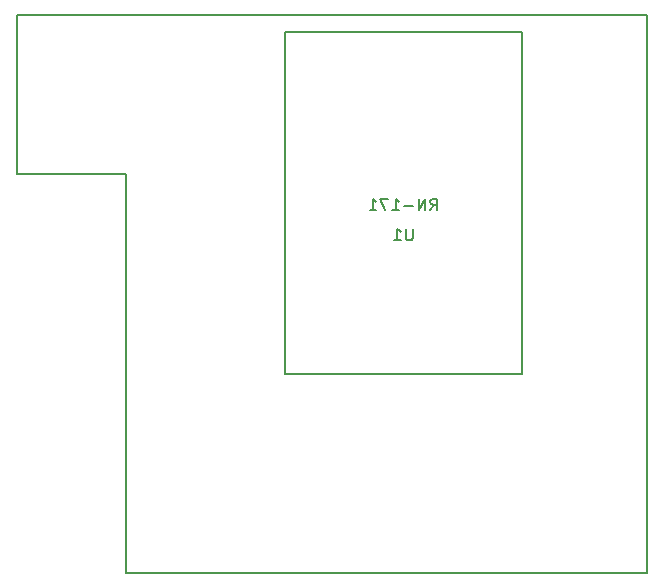
<source format=gbo>
G04 (created by PCBNEW (2012-nov-02)-testing) date Mon 13 May 2013 11:36:40 AM CDT*
%MOIN*%
G04 Gerber Fmt 3.4, Leading zero omitted, Abs format*
%FSLAX34Y34*%
G01*
G70*
G90*
G04 APERTURE LIST*
%ADD10C,0.006*%
%ADD11C,0.00590551*%
G04 APERTURE END LIST*
G54D10*
G54D11*
X95850Y-48350D02*
X95850Y-66950D01*
X74850Y-48350D02*
X74850Y-53650D01*
X95850Y-48350D02*
X74850Y-48350D01*
X78500Y-66950D02*
X95850Y-66950D01*
X78500Y-53650D02*
X78500Y-66950D01*
X74850Y-53650D02*
X78500Y-53650D01*
X91700Y-48900D02*
X91700Y-60300D01*
X91700Y-60300D02*
X83800Y-60300D01*
X83800Y-60300D02*
X83800Y-48900D01*
X83800Y-48900D02*
X91700Y-48900D01*
X88049Y-55465D02*
X88049Y-55784D01*
X88031Y-55821D01*
X88012Y-55840D01*
X87974Y-55859D01*
X87899Y-55859D01*
X87862Y-55840D01*
X87843Y-55821D01*
X87824Y-55784D01*
X87824Y-55465D01*
X87431Y-55859D02*
X87656Y-55859D01*
X87543Y-55859D02*
X87543Y-55465D01*
X87581Y-55521D01*
X87618Y-55559D01*
X87656Y-55578D01*
X88640Y-54859D02*
X88771Y-54671D01*
X88865Y-54859D02*
X88865Y-54465D01*
X88715Y-54465D01*
X88678Y-54484D01*
X88659Y-54503D01*
X88640Y-54540D01*
X88640Y-54596D01*
X88659Y-54634D01*
X88678Y-54653D01*
X88715Y-54671D01*
X88865Y-54671D01*
X88471Y-54859D02*
X88471Y-54465D01*
X88246Y-54859D01*
X88246Y-54465D01*
X88059Y-54709D02*
X87759Y-54709D01*
X87365Y-54859D02*
X87590Y-54859D01*
X87478Y-54859D02*
X87478Y-54465D01*
X87515Y-54521D01*
X87553Y-54559D01*
X87590Y-54578D01*
X87234Y-54465D02*
X86971Y-54465D01*
X87140Y-54859D01*
X86615Y-54859D02*
X86840Y-54859D01*
X86728Y-54859D02*
X86728Y-54465D01*
X86765Y-54521D01*
X86803Y-54559D01*
X86840Y-54578D01*
M02*

</source>
